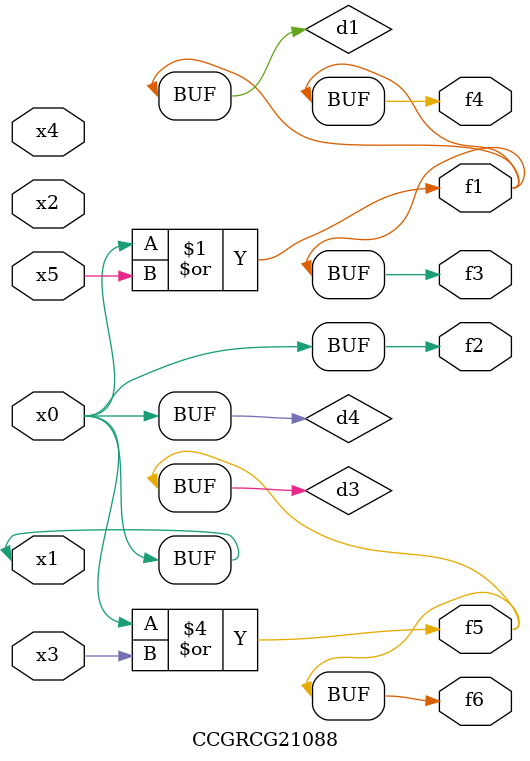
<source format=v>
module CCGRCG21088(
	input x0, x1, x2, x3, x4, x5,
	output f1, f2, f3, f4, f5, f6
);

	wire d1, d2, d3, d4;

	or (d1, x0, x5);
	xnor (d2, x1, x4);
	or (d3, x0, x3);
	buf (d4, x0, x1);
	assign f1 = d1;
	assign f2 = d4;
	assign f3 = d1;
	assign f4 = d1;
	assign f5 = d3;
	assign f6 = d3;
endmodule

</source>
